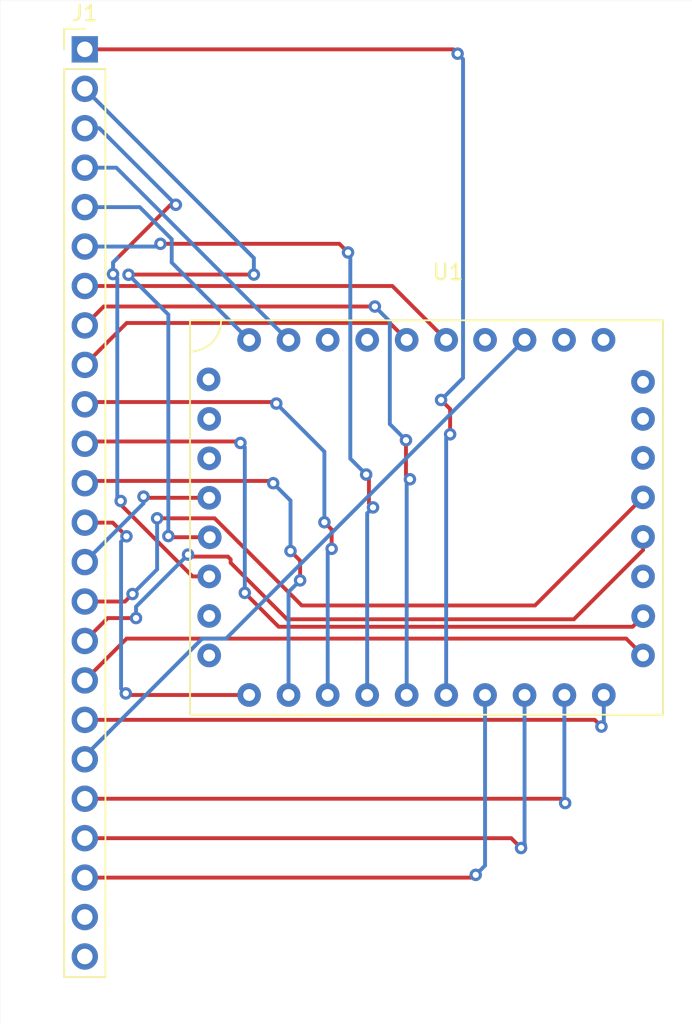
<source format=kicad_pcb>
(kicad_pcb (version 20211014) (generator pcbnew)
  (layers (0 "F.Cu" signal) (31 "B.Cu" signal) (34 "B.Paste" user) (35 "F.Paste" user) (36 "B.SilkS" user "B.Silkscreen") (37 "F.SilkS" user "F.Silkscreen") (38 "B.Mask" user) (39 "F.Mask" user) (44 "Edge.Cuts" user))
  (net 0 "")
  (net 1 "/LSM9_INT1_AG")
  (net 2 "/LSM9_INT2_AG")
  (net 3 "/LSM9_INT_M")
  (net 4 "/KX122_CS")
  (net 5 "/KX122_INT1")
  (net 6 "/LSM9_CS_AG")
  (net 7 "/H3LIS331DL_CS")
  (net 8 "/LSM9_CS_M")
  (net 9 "/H3LIS331DL_INT1")
  (net 10 "/VBACKUP")
  (net 11 "/ZOE-M8Q_CS")
  (net 12 "/3V3_MCU")
  (net 13 "/5V")
  (net 14 "/GPS_EXTINT")
  (net 15 "/SNS_UART_SDI")
  (net 16 "/SNS_UART_SDO")
  (net 17 "/SNS_I2C_SCL")
  (net 18 "/SNS_I2C_SDA")
  (net 19 "/MS5611_CS")
  (net 20 "/SNS_SPI_MOSI")
  (net 21 "/SNS_SPI_MISO")
  (net 22 "/SNS_SPI_SCK")
  (net 24 "GND")
  (footprint "Sensorsuite:General Sensor Module - 8x10 pin" (layer "F.Cu") (at 113.5126 106.5276)
    (fp_text reference "U1" (at 0.12 -14.54 unlocked) (layer "F.SilkS"))
    (fp_text value "ISS_SENSOR_SUITE_V_1")
    (fp_line (start -16.51 13.97) (end 13.97 13.97) (layer "F.SilkS") (width 0.12))
    (fp_line (start -16.51 13.97) (end -16.51 -11.43) (layer "F.SilkS") (width 0.12))
    (fp_line (start 13.97 13.97) (end 13.97 -11.43) (layer "F.SilkS") (width 0.12))
    (fp_line (start -16.51 -11.43) (end 13.97 -11.43) (layer "F.SilkS") (width 0.12))
    (fp_arc (start -14.51 -11.42) (mid -15.095786 -10.005786) (end -16.51 -9.42) (layer "F.SilkS") (width 0.12))
    (pad "1" thru_hole circle (at -12.7 12.7) (size 1.524 1.524) (drill 0.762) (layers *.Cu *.Mask) (net 13 "/5V"))
    (pad "2" thru_hole circle (at -10.16 12.7) (size 1.524 1.524) (drill 0.762) (layers *.Cu *.Mask) (net 12 "/3V3_MCU"))
    (pad "3" thru_hole circle (at -7.636998 12.699888) (size 1.524 1.524) (drill 0.762) (layers *.Cu *.Mask) (net 10 "/VBACKUP"))
    (pad "4" thru_hole circle (at -5.091332 12.699888) (size 1.524 1.524) (drill 0.762) (layers *.Cu *.Mask) (net 6 "/LSM9_CS_AG"))
    (pad "5" thru_hole circle (at -2.545666 12.699888) (size 1.524 1.524) (drill 0.762) (layers *.Cu *.Mask) (net 8 "/LSM9_CS_M"))
    (pad "6" thru_hole circle (at 0 12.699888) (size 1.524 1.524) (drill 0.762) (layers *.Cu *.Mask) (net 1 "/LSM9_INT1_AG"))
    (pad "7" thru_hole circle (at 2.50589 12.699888) (size 1.524 1.524) (drill 0.762) (layers *.Cu *.Mask) (net 22 "/SNS_SPI_SCK"))
    (pad "8" thru_hole circle (at 5.051556 12.699888) (size 1.524 1.524) (drill 0.762) (layers *.Cu *.Mask) (net 21 "/SNS_SPI_MISO"))
    (pad "9" thru_hole circle (at 7.62 12.7) (size 1.524 1.524) (drill 0.762) (layers *.Cu *.Mask) (net 20 "/SNS_SPI_MOSI"))
    (pad "10" thru_hole circle (at 10.16 12.7) (size 1.524 1.524) (drill 0.762) (layers *.Cu *.Mask) (net 18 "/SNS_I2C_SDA"))
    (pad "11" thru_hole circle (at 12.688555 10.154221) (size 1.524 1.524) (drill 0.762) (layers *.Cu *.Mask) (net 17 "/SNS_I2C_SCL"))
    (pad "12" thru_hole circle (at 12.7 7.62) (size 1.524 1.524) (drill 0.762) (layers *.Cu *.Mask) (net 11 "/ZOE-M8Q_CS"))
    (pad "13" thru_hole circle (at 12.688555 5.062889) (size 1.524 1.524) (drill 0.762) (layers *.Cu *.Mask))
    (pad "14" thru_hole circle (at 12.688555 2.517222) (size 1.524 1.524) (drill 0.762) (layers *.Cu *.Mask) (net 16 "/SNS_UART_SDO"))
    (pad "15" thru_hole circle (at 12.688555 -0.028444) (size 1.524 1.524) (drill 0.762) (layers *.Cu *.Mask) (net 15 "/SNS_UART_SDI"))
    (pad "16" thru_hole circle (at 12.688555 -2.57411) (size 1.524 1.524) (drill 0.762) (layers *.Cu *.Mask))
    (pad "17" thru_hole circle (at 12.688555 -5.08) (size 1.524 1.524) (drill 0.762) (layers *.Cu *.Mask))
    (pad "18" thru_hole circle (at 12.688555 -7.466562) (size 1.524 1.524) (drill 0.762) (layers *.Cu *.Mask))
    (pad "19" thru_hole circle (at 10.142889 -10.171332) (size 1.524 1.524) (drill 0.762) (layers *.Cu *.Mask))
    (pad "20" thru_hole circle (at 7.597222 -10.171332) (size 1.524 1.524) (drill 0.762) (layers *.Cu *.Mask))
    (pad "21" thru_hole circle (at 5.051556 -10.171332) (size 1.524 1.524) (drill 0.762) (layers *.Cu *.Mask) (net 19 "/MS5611_CS"))
    (pad "22" thru_hole circle (at 2.50589 -10.171332) (size 1.524 1.524) (drill 0.762) (layers *.Cu *.Mask))
    (pad "23" thru_hole circle (at 0 -10.171332) (size 1.524 1.524) (drill 0.762) (layers *.Cu *.Mask) (net 7 "/H3LIS331DL_CS"))
    (pad "24" thru_hole circle (at -2.545666 -10.171332) (size 1.524 1.524) (drill 0.762) (layers *.Cu *.Mask) (net 9 "/H3LIS331DL_INT1"))
    (pad "25" thru_hole circle (at -5.091332 -10.171332) (size 1.524 1.524) (drill 0.762) (layers *.Cu *.Mask))
    (pad "26" thru_hole circle (at -7.636998 -10.171332) (size 1.524 1.524) (drill 0.762) (layers *.Cu *.Mask))
    (pad "27" thru_hole circle (at -10.16 -10.16) (size 1.524 1.524) (drill 0.762) (layers *.Cu *.Mask) (net 4 "/KX122_CS"))
    (pad "28" thru_hole circle (at -12.7 -10.16) (size 1.524 1.524) (drill 0.762) (layers *.Cu *.Mask) (net 5 "/KX122_INT1"))
    (pad "29" thru_hole circle (at -15.313773 -7.625666) (size 1.524 1.524) (drill 0.762) (layers *.Cu *.Mask))
    (pad "30" thru_hole circle (at -15.273997 -5.08) (size 1.524 1.524) (drill 0.762) (layers *.Cu *.Mask))
    (pad "31" thru_hole circle (at -15.273997 -2.54) (size 1.524 1.524) (drill 0.762) (layers *.Cu *.Mask))
    (pad "32" thru_hole circle (at -15.273997 0) (size 1.524 1.524) (drill 0.762) (layers *.Cu *.Mask) (net 14 "/GPS_EXTINT"))
    (pad "33" thru_hole circle (at -15.24 2.54) (size 1.524 1.524) (drill 0.762) (layers *.Cu *.Mask) (net 2 "/LSM9_INT2_AG"))
    (pad "34" thru_hole circle (at -15.273997 5.062889) (size 1.524 1.524) (drill 0.762) (layers *.Cu *.Mask) (net 3 "/LSM9_INT_M"))
    (pad "35" thru_hole circle (at -15.273997 7.608555) (size 1.524 1.524) (drill 0.762) (layers *.Cu *.Mask))
    (pad "36" thru_hole circle (at -15.273997 10.154221) (size 1.524 1.524) (drill 0.762) (layers *.Cu *.Mask))
  )
  (footprint "Connector_PinHeader_2.54mm:PinHeader_1x24_P2.54mm_Vertical" (layer "F.Cu") (at 90.2208 77.6478)
    (fp_text reference "J1" (at 0 -2.33) (layer "F.SilkS"))
    (fp_text value "Conn_01x24")
    (fp_line (start -1.33 -1.33) (end 0 -1.33) (layer "F.SilkS") (width 0.12))
    (fp_line (start -1.33 59.75) (end 1.33 59.75) (layer "F.SilkS") (width 0.12))
    (fp_line (start -1.33 1.27) (end 1.33 1.27) (layer "F.SilkS") (width 0.12))
    (fp_line (start -1.33 1.27) (end -1.33 59.75) (layer "F.SilkS") (width 0.12))
    (fp_line (start -1.33 0) (end -1.33 -1.33) (layer "F.SilkS") (width 0.12))
    (fp_line (start 1.33 1.27) (end 1.33 59.75) (layer "F.SilkS") (width 0.12))
    (pad "1" thru_hole rect locked (at 0 0) (size 1.7 1.7) (drill 1) (layers *.Cu *.Mask) (net 1 "/LSM9_INT1_AG"))
    (pad "2" thru_hole oval locked (at 0 2.54) (size 1.7 1.7) (drill 1) (layers *.Cu *.Mask) (net 2 "/LSM9_INT2_AG"))
    (pad "3" thru_hole oval locked (at 0 5.08) (size 1.7 1.7) (drill 1) (layers *.Cu *.Mask) (net 3 "/LSM9_INT_M"))
    (pad "4" thru_hole oval locked (at 0 7.62) (size 1.7 1.7) (drill 1) (layers *.Cu *.Mask) (net 4 "/KX122_CS"))
    (pad "5" thru_hole oval locked (at 0 10.16) (size 1.7 1.7) (drill 1) (layers *.Cu *.Mask) (net 5 "/KX122_INT1"))
    (pad "6" thru_hole oval locked (at 0 12.7) (size 1.7 1.7) (drill 1) (layers *.Cu *.Mask) (net 6 "/LSM9_CS_AG"))
    (pad "7" thru_hole oval locked (at 0 15.24) (size 1.7 1.7) (drill 1) (layers *.Cu *.Mask) (net 7 "/H3LIS331DL_CS"))
    (pad "8" thru_hole oval locked (at 0 17.78) (size 1.7 1.7) (drill 1) (layers *.Cu *.Mask) (net 8 "/LSM9_CS_M"))
    (pad "9" thru_hole oval locked (at 0 20.32) (size 1.7 1.7) (drill 1) (layers *.Cu *.Mask) (net 9 "/H3LIS331DL_INT1"))
    (pad "10" thru_hole oval locked (at 0 22.86) (size 1.7 1.7) (drill 1) (layers *.Cu *.Mask) (net 10 "/VBACKUP"))
    (pad "11" thru_hole oval locked (at 0 25.4) (size 1.7 1.7) (drill 1) (layers *.Cu *.Mask) (net 11 "/ZOE-M8Q_CS"))
    (pad "12" thru_hole oval locked (at 0 27.94) (size 1.7 1.7) (drill 1) (layers *.Cu *.Mask) (net 12 "/3V3_MCU"))
    (pad "13" thru_hole oval locked (at 0 30.48) (size 1.7 1.7) (drill 1) (layers *.Cu *.Mask) (net 13 "/5V"))
    (pad "14" thru_hole oval locked (at 0 33.02) (size 1.7 1.7) (drill 1) (layers *.Cu *.Mask) (net 14 "/GPS_EXTINT"))
    (pad "15" thru_hole oval locked (at 0 35.56) (size 1.7 1.7) (drill 1) (layers *.Cu *.Mask) (net 15 "/SNS_UART_SDI"))
    (pad "16" thru_hole oval locked (at 0 38.1) (size 1.7 1.7) (drill 1) (layers *.Cu *.Mask) (net 16 "/SNS_UART_SDO"))
    (pad "17" thru_hole oval locked (at 0 40.64) (size 1.7 1.7) (drill 1) (layers *.Cu *.Mask) (net 17 "/SNS_I2C_SCL"))
    (pad "18" thru_hole oval locked (at 0 43.18) (size 1.7 1.7) (drill 1) (layers *.Cu *.Mask) (net 18 "/SNS_I2C_SDA"))
    (pad "19" thru_hole oval locked (at 0 45.72) (size 1.7 1.7) (drill 1) (layers *.Cu *.Mask) (net 19 "/MS5611_CS"))
    (pad "20" thru_hole oval locked (at 0 48.26) (size 1.7 1.7) (drill 1) (layers *.Cu *.Mask) (net 20 "/SNS_SPI_MOSI"))
    (pad "21" thru_hole oval locked (at 0 50.8) (size 1.7 1.7) (drill 1) (layers *.Cu *.Mask) (net 21 "/SNS_SPI_MISO"))
    (pad "22" thru_hole oval locked (at 0 53.34) (size 1.7 1.7) (drill 1) (layers *.Cu *.Mask) (net 22 "/SNS_SPI_SCK"))
    (pad "23" thru_hole oval locked (at 0 55.88) (size 1.7 1.7) (drill 1) (layers *.Cu *.Mask))
    (pad "24" thru_hole oval locked (at 0 58.42) (size 1.7 1.7) (drill 1) (layers *.Cu *.Mask) (net 24 "GND"))
  )
  (gr_rect (start 84.7598 74.5236) (end 129.3622 140.4112) (layer "Edge.Cuts") (width 0.01) (fill none))
  (segment (start 113.7666 102.4382) (end 113.7666 100.8126) (width 0.25) (layer "F.Cu") (net 1))
  (segment (start 113.7666 100.8126) (end 113.1824 100.2284) (width 0.25) (layer "F.Cu") (net 1))
  (segment (start 114.2492 77.9272) (end 113.9698 77.6478) (width 0.25) (layer "F.Cu") (net 1))
  (segment (start 113.9698 77.6478) (end 90.2208 77.6478) (width 0.25) (layer "F.Cu") (net 1))
  (via (at 114.2492 77.9272) (size 0.8) (drill 0.4) (layers "F.Cu" "B.Cu") (net 1))
  (via (at 113.1824 100.2284) (size 0.8) (drill 0.4) (layers "F.Cu" "B.Cu") (net 1))
  (via (at 113.7666 102.4382) (size 0.8) (drill 0.4) (layers "F.Cu" "B.Cu") (net 1))
  (segment (start 113.5126 119.227488) (end 113.5126 102.6922) (width 0.25) (layer "B.Cu") (net 1))
  (segment (start 113.5126 102.6922) (end 113.7666 102.4382) (width 0.25) (layer "B.Cu") (net 1))
  (segment (start 114.599111 98.811689) (end 114.599111 78.277111) (width 0.25) (layer "B.Cu") (net 1))
  (segment (start 113.1824 100.2284) (end 114.599111 98.811689) (width 0.25) (layer "B.Cu") (net 1))
  (segment (start 114.599111 78.277111) (end 114.2492 77.9272) (width 0.25) (layer "B.Cu") (net 1))
  (segment (start 93.0523 92.1512) (end 101.1174 92.1512) (width 0.25) (layer "F.Cu") (net 2))
  (segment (start 98.2726 109.0676) (end 95.6818 109.0676) (width 0.25) (layer "F.Cu") (net 2))
  (segment (start 95.6818 109.0676) (end 95.6056 108.9914) (width 0.25) (layer "F.Cu") (net 2))
  (segment (start 93.0402 92.1633) (end 93.0523 92.1512) (width 0.25) (layer "F.Cu") (net 2))
  (via (at 93.0402 92.1633) (size 0.8) (drill 0.4) (layers "F.Cu" "B.Cu") (net 2))
  (via (at 101.1174 92.1512) (size 0.8) (drill 0.4) (layers "F.Cu" "B.Cu") (net 2))
  (via (at 95.6056 108.9914) (size 0.8) (drill 0.4) (layers "F.Cu" "B.Cu") (net 2))
  (segment (start 101.1174 91.0844) (end 90.2208 80.1878) (width 0.25) (layer "B.Cu") (net 2))
  (segment (start 95.6056 94.7287) (end 93.0402 92.1633) (width 0.25) (layer "B.Cu") (net 2))
  (segment (start 95.6056 108.9914) (end 95.6056 94.7287) (width 0.25) (layer "B.Cu") (net 2))
  (segment (start 101.1174 92.1512) (end 101.1174 91.0844) (width 0.25) (layer "B.Cu") (net 2))
  (segment (start 95.758 87.6554) (end 96.0882 87.6554) (width 0.25) (layer "F.Cu") (net 3))
  (segment (start 92.041585 92.121176) (end 92.041585 91.371815) (width 0.25) (layer "F.Cu") (net 3))
  (segment (start 98.238603 111.590489) (end 97.160973 111.590489) (width 0.25) (layer "F.Cu") (net 3))
  (segment (start 92.5322 106.961716) (end 92.5322 106.7308) (width 0.25) (layer "F.Cu") (net 3))
  (segment (start 97.160973 111.590489) (end 92.5322 106.961716) (width 0.25) (layer "F.Cu") (net 3))
  (segment (start 92.041585 91.371815) (end 95.758 87.6554) (width 0.25) (layer "F.Cu") (net 3))
  (via (at 96.0882 87.6554) (size 0.8) (drill 0.4) (layers "F.Cu" "B.Cu") (net 3))
  (via (at 92.041585 92.121176) (size 0.8) (drill 0.4) (layers "F.Cu" "B.Cu") (net 3))
  (via (at 92.5322 106.7308) (size 0.8) (drill 0.4) (layers "F.Cu" "B.Cu") (net 3))
  (segment (start 92.041585 91.371815) (end 92.041585 92.121176) (width 0.25) (layer "B.Cu") (net 3))
  (segment (start 92.315689 92.39528) (end 92.315689 106.514289) (width 0.25) (layer "B.Cu") (net 3))
  (segment (start 92.329 91.0844) (end 92.041585 91.371815) (width 0.25) (layer "B.Cu") (net 3))
  (segment (start 92.041585 92.121176) (end 92.315689 92.39528) (width 0.25) (layer "B.Cu") (net 3))
  (segment (start 96.0882 87.6554) (end 91.1606 82.7278) (width 0.25) (layer "B.Cu") (net 3))
  (segment (start 92.315689 106.514289) (end 92.5322 106.7308) (width 0.25) (layer "B.Cu") (net 3))
  (segment (start 91.1606 82.7278) (end 90.2208 82.7278) (width 0.25) (layer "B.Cu") (net 3))
  (segment (start 103.3526 96.3676) (end 92.2528 85.2678) (width 0.25) (layer "B.Cu") (net 4))
  (segment (start 92.2528 85.2678) (end 90.2208 85.2678) (width 0.25) (layer "B.Cu") (net 4))
  (segment (start 95.822111 91.377111) (end 95.822111 89.869897) (width 0.25) (layer "B.Cu") (net 5))
  (segment (start 95.822111 89.869897) (end 93.760014 87.8078) (width 0.25) (layer "B.Cu") (net 5))
  (segment (start 100.8126 96.3676) (end 95.822111 91.377111) (width 0.25) (layer "B.Cu") (net 5))
  (segment (start 93.760014 87.8078) (end 90.2208 87.8078) (width 0.25) (layer "B.Cu") (net 5))
  (segment (start 107.188 90.7288) (end 106.6292 90.17) (width 0.25) (layer "F.Cu") (net 6))
  (segment (start 108.798011 107.147011) (end 108.5342 106.8832) (width 0.25) (layer "F.Cu") (net 6))
  (segment (start 108.5342 106.8832) (end 108.5342 105.2068) (width 0.25) (layer "F.Cu") (net 6))
  (segment (start 106.6292 90.17) (end 95.0976 90.17) (width 0.25) (layer "F.Cu") (net 6))
  (segment (start 108.5342 105.2068) (end 108.3564 105.029) (width 0.25) (layer "F.Cu") (net 6))
  (via (at 108.3564 105.029) (size 0.8) (drill 0.4) (layers "F.Cu" "B.Cu") (net 6))
  (via (at 95.0976 90.17) (size 0.8) (drill 0.4) (layers "F.Cu" "B.Cu") (net 6))
  (via (at 108.798011 107.147011) (size 0.8) (drill 0.4) (layers "F.Cu" "B.Cu") (net 6))
  (via (at 107.188 90.7288) (size 0.8) (drill 0.4) (layers "F.Cu" "B.Cu") (net 6))
  (segment (start 108.3564 105.029) (end 107.334757 104.007357) (width 0.25) (layer "B.Cu") (net 6))
  (segment (start 95.0976 90.17) (end 94.9198 90.3478) (width 0.25) (layer "B.Cu") (net 6))
  (segment (start 94.9198 90.3478) (end 90.2208 90.3478) (width 0.25) (layer "B.Cu") (net 6))
  (segment (start 107.334757 104.007357) (end 107.334757 90.875557) (width 0.25) (layer "B.Cu") (net 6))
  (segment (start 108.798011 107.147011) (end 108.421268 107.523754) (width 0.25) (layer "B.Cu") (net 6))
  (segment (start 107.334757 90.875557) (end 107.188 90.7288) (width 0.25) (layer "B.Cu") (net 6))
  (segment (start 108.421268 107.523754) (end 108.421268 119.227488) (width 0.25) (layer "B.Cu") (net 6))
  (segment (start 113.5126 96.356268) (end 110.044132 92.8878) (width 0.25) (layer "F.Cu") (net 7))
  (segment (start 110.044132 92.8878) (end 90.2208 92.8878) (width 0.25) (layer "F.Cu") (net 7))
  (segment (start 108.9152 94.2086) (end 91.44 94.2086) (width 0.25) (layer "F.Cu") (net 8))
  (segment (start 110.9218 105.0798) (end 110.9218 102.8192) (width 0.25) (layer "F.Cu") (net 8))
  (segment (start 91.44 94.2086) (end 90.2208 95.4278) (width 0.25) (layer "F.Cu") (net 8))
  (segment (start 111.1758 105.3338) (end 110.9218 105.0798) (width 0.25) (layer "F.Cu") (net 8))
  (via (at 108.9152 94.2086) (size 0.8) (drill 0.4) (layers "F.Cu" "B.Cu") (net 8))
  (via (at 110.9218 102.8192) (size 0.8) (drill 0.4) (layers "F.Cu" "B.Cu") (net 8))
  (via (at 111.1758 105.3338) (size 0.8) (drill 0.4) (layers "F.Cu" "B.Cu") (net 8))
  (segment (start 110.966934 105.542666) (end 111.1758 105.3338) (width 0.25) (layer "B.Cu") (net 8))
  (segment (start 110.9218 102.8192) (end 109.880423 101.777823) (width 0.25) (layer "B.Cu") (net 8))
  (segment (start 109.880423 95.173823) (end 108.9152 94.2086) (width 0.25) (layer "B.Cu") (net 8))
  (segment (start 110.966934 119.227488) (end 110.966934 105.542666) (width 0.25) (layer "B.Cu") (net 8))
  (segment (start 109.880423 101.777823) (end 109.880423 95.173823) (width 0.25) (layer "B.Cu") (net 8))
  (segment (start 110.966934 96.356268) (end 109.880423 95.269757) (width 0.25) (layer "F.Cu") (net 9))
  (segment (start 109.880423 95.269757) (end 92.918843 95.269757) (width 0.25) (layer "F.Cu") (net 9))
  (segment (start 92.918843 95.269757) (end 90.2208 97.9678) (width 0.25) (layer "F.Cu") (net 9))
  (segment (start 102.469289 100.361089) (end 90.367511 100.361089) (width 0.25) (layer "F.Cu") (net 10))
  (segment (start 106.131011 109.814011) (end 106.131011 108.569411) (width 0.25) (layer "F.Cu") (net 10))
  (segment (start 90.367511 100.361089) (end 90.2208 100.5078) (width 0.25) (layer "F.Cu") (net 10))
  (segment (start 102.5652 100.457) (end 102.469289 100.361089) (width 0.25) (layer "F.Cu") (net 10))
  (segment (start 106.131011 108.569411) (end 105.664 108.1024) (width 0.25) (layer "F.Cu") (net 10))
  (via (at 106.131011 109.814011) (size 0.8) (drill 0.4) (layers "F.Cu" "B.Cu") (net 10))
  (via (at 105.664 108.1024) (size 0.8) (drill 0.4) (layers "F.Cu" "B.Cu") (net 10))
  (via (at 102.5652 100.457) (size 0.8) (drill 0.4) (layers "F.Cu" "B.Cu") (net 10))
  (segment (start 105.875602 110.06942) (end 105.875602 119.227488) (width 0.25) (layer "B.Cu") (net 10))
  (segment (start 105.664 108.1024) (end 105.664 103.5558) (width 0.25) (layer "B.Cu") (net 10))
  (segment (start 106.131011 109.814011) (end 105.875602 110.06942) (width 0.25) (layer "B.Cu") (net 10))
  (segment (start 105.664 103.5558) (end 102.5652 100.457) (width 0.25) (layer "B.Cu") (net 10))
  (segment (start 126.2126 114.1476) (end 125.5268 114.8334) (width 0.25) (layer "F.Cu") (net 11))
  (segment (start 100.157889 102.901089) (end 90.367511 102.901089) (width 0.25) (layer "F.Cu") (net 11))
  (segment (start 125.5268 114.8334) (end 102.7176 114.8334) (width 0.25) (layer "F.Cu") (net 11))
  (segment (start 90.367511 102.901089) (end 90.2208 103.0478) (width 0.25) (layer "F.Cu") (net 11))
  (segment (start 102.7176 114.8334) (end 100.5332 112.649) (width 0.25) (layer "F.Cu") (net 11))
  (segment (start 100.2538 102.997) (end 100.157889 102.901089) (width 0.25) (layer "F.Cu") (net 11))
  (via (at 100.2538 102.997) (size 0.8) (drill 0.4) (layers "F.Cu" "B.Cu") (net 11))
  (via (at 100.5332 112.649) (size 0.8) (drill 0.4) (layers "F.Cu" "B.Cu") (net 11))
  (segment (start 100.5332 103.2764) (end 100.2538 102.997) (width 0.25) (layer "B.Cu") (net 11))
  (segment (start 100.5332 112.649) (end 100.5332 103.2764) (width 0.25) (layer "B.Cu") (net 11))
  (segment (start 104.099011 110.576011) (end 103.4796 109.9566) (width 0.25) (layer "F.Cu") (net 12))
  (segment (start 102.215289 105.441089) (end 90.367511 105.441089) (width 0.25) (layer "F.Cu") (net 12))
  (segment (start 102.362 105.5878) (end 102.215289 105.441089) (width 0.25) (layer "F.Cu") (net 12))
  (segment (start 104.099011 111.846011) (end 104.099011 110.576011) (width 0.25) (layer "F.Cu") (net 12))
  (segment (start 90.367511 105.441089) (end 90.2208 105.5878) (width 0.25) (layer "F.Cu") (net 12))
  (via (at 103.4796 109.9566) (size 0.8) (drill 0.4) (layers "F.Cu" "B.Cu") (net 12))
  (via (at 102.362 105.5878) (size 0.8) (drill 0.4) (layers "F.Cu" "B.Cu") (net 12))
  (via (at 104.099011 111.846011) (size 0.8) (drill 0.4) (layers "F.Cu" "B.Cu") (net 12))
  (segment (start 103.4796 106.7054) (end 102.362 105.5878) (width 0.25) (layer "B.Cu") (net 12))
  (segment (start 103.4796 109.9566) (end 103.4796 106.7054) (width 0.25) (layer "B.Cu") (net 12))
  (segment (start 103.3526 112.592422) (end 103.3526 119.2276) (width 0.25) (layer "B.Cu") (net 12))
  (segment (start 104.099011 111.846011) (end 103.3526 112.592422) (width 0.25) (layer "B.Cu") (net 12))
  (segment (start 100.8126 119.2276) (end 92.964 119.2276) (width 0.25) (layer "F.Cu") (net 13))
  (segment (start 92.9048 109.0084) (end 92.0242 108.1278) (width 0.25) (layer "F.Cu") (net 13))
  (segment (start 92.0242 108.1278) (end 90.2208 108.1278) (width 0.25) (layer "F.Cu") (net 13))
  (segment (start 92.964 119.2276) (end 92.8624 119.126) (width 0.25) (layer "F.Cu") (net 13))
  (via (at 92.9048 109.0084) (size 0.8) (drill 0.4) (layers "F.Cu" "B.Cu") (net 13))
  (via (at 92.8624 119.126) (size 0.8) (drill 0.4) (layers "F.Cu" "B.Cu") (net 13))
  (segment (start 92.5576 118.8212) (end 92.5576 109.3556) (width 0.25) (layer "B.Cu") (net 13))
  (segment (start 92.5576 109.3556) (end 92.9048 109.0084) (width 0.25) (layer "B.Cu") (net 13))
  (segment (start 92.8624 119.126) (end 92.5576 118.8212) (width 0.25) (layer "B.Cu") (net 13))
  (segment (start 94.0816 106.5276) (end 94.0054 106.4514) (width 0.25) (layer "F.Cu") (net 14))
  (segment (start 98.238603 106.5276) (end 94.0816 106.5276) (width 0.25) (layer "F.Cu") (net 14))
  (via (at 94.0054 106.4514) (size 0.8) (drill 0.4) (layers "F.Cu" "B.Cu") (net 14))
  (segment (start 94.0054 106.8832) (end 90.2208 110.6678) (width 0.25) (layer "B.Cu") (net 14))
  (segment (start 94.0054 106.4514) (end 94.0054 106.8832) (width 0.25) (layer "B.Cu") (net 14))
  (segment (start 118.8212 113.4618) (end 104.20336 113.4618) (width 0.25) (layer "F.Cu") (net 15))
  (segment (start 119.238511 113.4618) (end 118.8212 113.4618) (width 0.25) (layer "F.Cu") (net 15))
  (segment (start 104.20336 113.4618) (end 98.58996 107.8484) (width 0.25) (layer "F.Cu") (net 15))
  (segment (start 92.8116 113.2078) (end 90.2208 113.2078) (width 0.25) (layer "F.Cu") (net 15))
  (segment (start 126.201155 106.499156) (end 119.238511 113.4618) (width 0.25) (layer "F.Cu") (net 15))
  (segment (start 93.2942 112.7252) (end 92.8116 113.2078) (width 0.25) (layer "F.Cu") (net 15))
  (segment (start 98.58996 107.8484) (end 94.8811 107.8484) (width 0.25) (layer "F.Cu") (net 15))
  (via (at 93.2942 112.7252) (size 0.8) (drill 0.4) (layers "F.Cu" "B.Cu") (net 15))
  (via (at 94.8811 107.8484) (size 0.8) (drill 0.4) (layers "F.Cu" "B.Cu") (net 15))
  (segment (start 94.881089 111.138311) (end 93.3958 112.6236) (width 0.25) (layer "B.Cu") (net 15))
  (segment (start 94.881089 107.848411) (end 94.881089 111.138311) (width 0.25) (layer "B.Cu") (net 15))
  (segment (start 93.3958 112.6236) (end 93.2942 112.7252) (width 0.25) (layer "B.Cu") (net 15))
  (segment (start 94.8811 107.8484) (end 94.881089 107.848411) (width 0.25) (layer "B.Cu") (net 15))
  (segment (start 126.201155 109.891845) (end 121.7422 114.3508) (width 0.25) (layer "F.Cu") (net 16))
  (segment (start 126.201155 109.044822) (end 126.201155 109.891845) (width 0.25) (layer "F.Cu") (net 16))
  (segment (start 103.259614 114.3508) (end 99.6188 110.709986) (width 0.25) (layer "F.Cu") (net 16))
  (segment (start 96.8502 110.1852) (end 96.8756 110.1852) (width 0.25) (layer "F.Cu") (net 16))
  (segment (start 93.5228 114.2746) (end 91.694 114.2746) (width 0.25) (layer "F.Cu") (net 16))
  (segment (start 96.7232 110.3122) (end 96.8502 110.1852) (width 0.25) (layer "F.Cu") (net 16))
  (segment (start 99.6188 110.709986) (end 99.6188 110.49) (width 0.25) (layer "F.Cu") (net 16))
  (segment (start 121.7422 114.3508) (end 103.259614 114.3508) (width 0.25) (layer "F.Cu") (net 16))
  (segment (start 99.441 110.3122) (end 96.7232 110.3122) (width 0.25) (layer "F.Cu") (net 16))
  (segment (start 91.694 114.2746) (end 90.2208 115.7478) (width 0.25) (layer "F.Cu") (net 16))
  (segment (start 99.6188 110.49) (end 99.441 110.3122) (width 0.25) (layer "F.Cu") (net 16))
  (via (at 93.5228 114.2746) (size 0.8) (drill 0.4) (layers "F.Cu" "B.Cu") (net 16))
  (via (at 96.8756 110.1852) (size 0.8) (drill 0.4) (layers "F.Cu" "B.Cu") (net 16))
  (segment (start 93.5228 113.538) (end 93.5228 114.2746) (width 0.25) (layer "B.Cu") (net 16))
  (segment (start 96.8756 110.1852) (end 93.5228 113.538) (width 0.25) (layer "B.Cu") (net 16))
  (segment (start 126.201155 116.681821) (end 125.114644 115.59531) (width 0.25) (layer "F.Cu") (net 17))
  (segment (start 125.114644 115.59531) (end 92.91329 115.59531) (width 0.25) (layer "F.Cu") (net 17))
  (segment (start 92.91329 115.59531) (end 90.2208 118.2878) (width 0.25) (layer "F.Cu") (net 17))
  (segment (start 123.0884 120.8278) (end 90.2208 120.8278) (width 0.25) (layer "F.Cu") (net 18))
  (segment (start 123.5202 121.2596) (end 123.0884 120.8278) (width 0.25) (layer "F.Cu") (net 18))
  (via (at 123.5202 121.2596) (size 0.8) (drill 0.4) (layers "F.Cu" "B.Cu") (net 18))
  (segment (start 123.6726 119.2276) (end 123.6726 121.1072) (width 0.25) (layer "B.Cu") (net 18))
  (segment (start 123.6726 121.1072) (end 123.5202 121.2596) (width 0.25) (layer "B.Cu") (net 18))
  (segment (start 97.788554 115.59531) (end 90.2208 123.163064) (width 0.25) (layer "B.Cu") (net 19))
  (segment (start 90.2208 123.163064) (end 90.2208 123.3678) (width 0.25) (layer "B.Cu") (net 19))
  (segment (start 99.325114 115.59531) (end 97.788554 115.59531) (width 0.25) (layer "B.Cu") (net 19))
  (segment (start 118.564156 96.356268) (end 99.325114 115.59531) (width 0.25) (layer "B.Cu") (net 19))
  (segment (start 121.1834 126.1872) (end 120.904 125.9078) (width 0.25) (layer "F.Cu") (net 20))
  (segment (start 120.904 125.9078) (end 90.2208 125.9078) (width 0.25) (layer "F.Cu") (net 20))
  (via (at 121.1834 126.1872) (size 0.8) (drill 0.4) (layers "F.Cu" "B.Cu") (net 20))
  (segment (start 121.1326 119.2276) (end 121.1326 126.1364) (width 0.25) (layer "B.Cu") (net 20))
  (segment (start 121.1326 126.1364) (end 121.1834 126.1872) (width 0.25) (layer "B.Cu") (net 20))
  (segment (start 118.3386 129.0828) (end 117.7036 128.4478) (width 0.25) (layer "F.Cu") (net 21))
  (segment (start 117.7036 128.4478) (end 90.2208 128.4478) (width 0.25) (layer "F.Cu") (net 21))
  (via (at 118.3386 129.0828) (size 0.8) (drill 0.4) (layers "F.Cu" "B.Cu") (net 21))
  (segment (start 118.564156 119.227488) (end 118.564156 128.851156) (width 0.25) (layer "B.Cu") (net 21))
  (segment (start 118.5926 128.8796) (end 118.3894 129.0828) (width 0.25) (layer "B.Cu") (net 21))
  (segment (start 118.3894 129.0828) (end 118.3386 129.0828) (width 0.25) (layer "B.Cu") (net 21))
  (segment (start 118.564156 128.851156) (end 118.5926 128.8796) (width 0.25) (layer "B.Cu") (net 21))
  (segment (start 115.4176 130.81) (end 115.2398 130.9878) (width 0.25) (layer "F.Cu") (net 22))
  (segment (start 115.2398 130.9878) (end 90.2208 130.9878) (width 0.25) (layer "F.Cu") (net 22))
  (via (at 115.4176 130.81) (size 0.8) (drill 0.4) (layers "F.Cu" "B.Cu") (net 22))
  (segment (start 116.01849 130.20911) (end 115.4176 130.81) (width 0.25) (layer "B.Cu") (net 22))
  (segment (start 116.01849 119.227488) (end 116.01849 130.20911) (width 0.25) (layer "B.Cu") (net 22))
)
</source>
